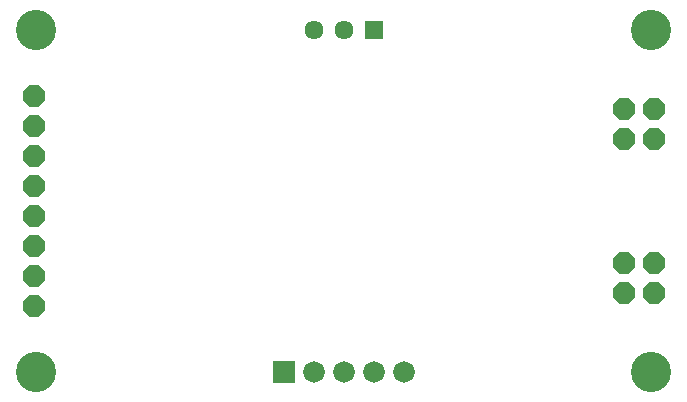
<source format=gbs>
G75*
G70*
%OFA0B0*%
%FSLAX24Y24*%
%IPPOS*%
%LPD*%
%AMOC8*
5,1,8,0,0,1.08239X$1,22.5*
%
%ADD10R,0.0720X0.0720*%
%ADD11C,0.0720*%
%ADD12OC8,0.0720*%
%ADD13R,0.0635X0.0635*%
%ADD14C,0.0635*%
%ADD15C,0.1340*%
D10*
X014205Y004991D03*
D11*
X015205Y004991D03*
X016205Y004991D03*
X017205Y004991D03*
X018205Y004991D03*
D12*
X025548Y007641D03*
X026548Y007641D03*
X026548Y008641D03*
X025548Y008641D03*
X025548Y012759D03*
X026548Y012759D03*
X026548Y013759D03*
X025548Y013759D03*
X005895Y014200D03*
X005895Y013200D03*
X005895Y012200D03*
X005895Y011200D03*
X005895Y010200D03*
X005895Y009200D03*
X005895Y008200D03*
X005895Y007200D03*
D13*
X017214Y016409D03*
D14*
X016214Y016409D03*
X015214Y016409D03*
D15*
X005969Y004991D03*
X005969Y016409D03*
X026442Y016409D03*
X026442Y004991D03*
M02*

</source>
